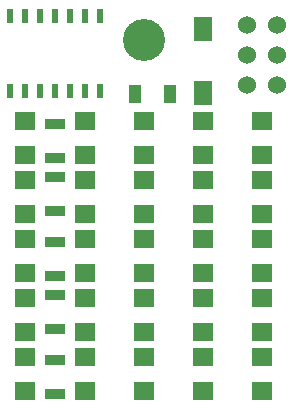
<source format=gts>
G04 #@! TF.FileFunction,Soldermask,Top*
%FSLAX46Y46*%
G04 Gerber Fmt 4.6, Leading zero omitted, Abs format (unit mm)*
G04 Created by KiCad (PCBNEW (2015-08-15 BZR 6092)-product) date 3/6/2016 8:03:17 PM*
%MOMM*%
G01*
G04 APERTURE LIST*
%ADD10C,0.100000*%
%ADD11C,3.556000*%
%ADD12R,1.000000X1.600000*%
%ADD13R,1.800860X1.597660*%
%ADD14R,1.700000X0.900000*%
%ADD15R,0.508000X1.143000*%
%ADD16C,1.524000*%
%ADD17R,1.600000X2.000000*%
G04 APERTURE END LIST*
D10*
D11*
X184000000Y-84750000D03*
D12*
X186250000Y-89250000D03*
X183250000Y-89250000D03*
D13*
X174000000Y-91580140D03*
X174000000Y-94419860D03*
X179000000Y-91580140D03*
X179000000Y-94419860D03*
X184000000Y-91580140D03*
X184000000Y-94419860D03*
X189000000Y-91580140D03*
X189000000Y-94419860D03*
X194000000Y-91580140D03*
X194000000Y-94419860D03*
X174000000Y-99419860D03*
X174000000Y-96580140D03*
X179000000Y-99419860D03*
X179000000Y-96580140D03*
X184000000Y-99419860D03*
X184000000Y-96580140D03*
X189000000Y-99419860D03*
X189000000Y-96580140D03*
X194000000Y-99419860D03*
X194000000Y-96580140D03*
X174000000Y-101580140D03*
X174000000Y-104419860D03*
X179000000Y-101580140D03*
X179000000Y-104419860D03*
X184000000Y-101580140D03*
X184000000Y-104419860D03*
X189000000Y-101580140D03*
X189000000Y-104419860D03*
X194000000Y-101580140D03*
X194000000Y-104419860D03*
X174000000Y-109419860D03*
X174000000Y-106580140D03*
X179000000Y-109419860D03*
X179000000Y-106580140D03*
X184000000Y-109419860D03*
X184000000Y-106580140D03*
X189000000Y-109419860D03*
X189000000Y-106580140D03*
X194000000Y-109419860D03*
X194000000Y-106580140D03*
X174000000Y-111580140D03*
X174000000Y-114419860D03*
X179000000Y-111580140D03*
X179000000Y-114419860D03*
X184000000Y-111580140D03*
X184000000Y-114419860D03*
X189000000Y-111580140D03*
X189000000Y-114419860D03*
X194000000Y-111580140D03*
X194000000Y-114419860D03*
D14*
X176500000Y-91800000D03*
X176500000Y-94700000D03*
X176500000Y-99200000D03*
X176500000Y-96300000D03*
X176500000Y-101800000D03*
X176500000Y-104700000D03*
X176500000Y-109200000D03*
X176500000Y-106300000D03*
X176500000Y-111800000D03*
X176500000Y-114700000D03*
D15*
X180310000Y-82698000D03*
X179040000Y-82698000D03*
X177770000Y-82698000D03*
X176500000Y-82698000D03*
X175230000Y-82698000D03*
X173960000Y-82698000D03*
X172690000Y-82698000D03*
X172690000Y-89048000D03*
X173960000Y-89048000D03*
X176500000Y-89048000D03*
X177770000Y-89048000D03*
X179040000Y-89048000D03*
X180310000Y-89048000D03*
X175230000Y-89048000D03*
D16*
X195270000Y-88540000D03*
X195270000Y-86000000D03*
X195270000Y-83460000D03*
X192730000Y-83460000D03*
X192730000Y-86000000D03*
X192730000Y-88540000D03*
D17*
X189000000Y-89200000D03*
X189000000Y-83800000D03*
M02*

</source>
